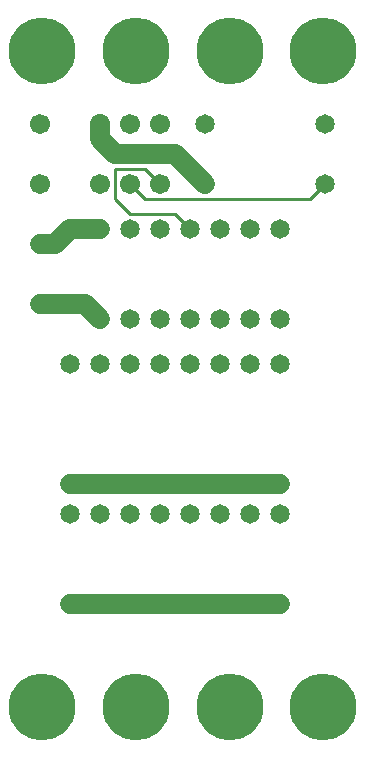
<source format=gbl>
%MOIN*%
%FSLAX25Y25*%
G04 D10 used for Character Trace; *
G04     Circle (OD=.01000) (No hole)*
G04 D11 used for Power Trace; *
G04     Circle (OD=.06700) (No hole)*
G04 D12 used for Signal Trace; *
G04     Circle (OD=.01100) (No hole)*
G04 D13 used for Via; *
G04     Circle (OD=.05800) (Round. Hole ID=.02800)*
G04 D14 used for Component hole; *
G04     Circle (OD=.06500) (Round. Hole ID=.03500)*
G04 D15 used for Component hole; *
G04     Circle (OD=.06700) (Round. Hole ID=.04300)*
G04 D16 used for Component hole; *
G04     Circle (OD=.08100) (Round. Hole ID=.05100)*
G04 D17 used for Component hole; *
G04     Circle (OD=.08900) (Round. Hole ID=.05900)*
G04 D18 used for Component hole; *
G04     Circle (OD=.11300) (Round. Hole ID=.08300)*
G04 D19 used for Component hole; *
G04     Circle (OD=.16000) (Round. Hole ID=.13000)*
G04 D20 used for Component hole; *
G04     Circle (OD=.18300) (Round. Hole ID=.15300)*
G04 D21 used for Component hole; *
G04     Circle (OD=.22291) (Round. Hole ID=.19291)*
%ADD10C,.01000*%
%ADD11C,.06700*%
%ADD12C,.01100*%
%ADD13C,.05800*%
%ADD14C,.06500*%
%ADD15C,.06700*%
%ADD16C,.08100*%
%ADD17C,.08900*%
%ADD18C,.11300*%
%ADD19C,.16000*%
%ADD20C,.18300*%
%ADD21C,.22291*%
%IPPOS*%
%LPD*%
G90*X0Y0D02*D21*X15625Y15625D03*X46875D03*D14*    
X45000Y50000D03*D11*X35000D01*D14*D03*D11*        
X25000D01*D14*D03*D11*X45000D02*X55000D01*D14*D03*
D11*X65000D01*D14*D03*D11*X75000D01*D14*D03*D11*  
X85000D01*D14*D03*D11*X95000D01*D14*D03*          
X65000Y80000D03*X95000D03*X85000D03*X75000D03*D21*
X78125Y15625D03*X109375D03*D14*X55000Y90000D03*   
D11*X45000D01*D14*D03*D11*X35000D01*D14*D03*D11*  
X25000D01*D14*D03*X35000Y80000D03*X25000D03*      
X45000D03*X55000D03*D11*Y90000D02*X65000D01*D14*  
D03*D11*X75000D01*D14*D03*D11*X85000D01*D14*D03*  
D11*X95000D01*D14*D03*X55000Y130000D03*X95000D03* 
X85000D03*X75000D03*X65000D03*X45000D03*          
X95000Y145000D03*X85000D03*X75000D03*X65000D03*   
X55000D03*X45000D03*X35000D03*D11*                
X30000Y150000D01*X15000D01*D14*D03*               
X35000Y130000D03*D11*X15000Y170000D02*X20000D01*  
D14*X15000D03*D11*X20000D02*X25000Y175000D01*     
X35000D01*D14*D03*D12*X45000Y180000D02*           
X40000Y185000D01*X45000Y180000D02*X60000D01*      
X65000Y175000D01*D14*D03*X75000D03*X55000D03*D12* 
X50000Y185000D02*X105000D01*X110000Y190000D01*D14*
D03*X95000Y175000D03*X110000Y210000D03*           
X85000Y175000D03*X70000Y210000D03*Y190000D03*D11* 
X60000Y200000D01*X40000D01*X35000Y205000D01*      
Y210000D01*D15*D03*X45000D03*D12*X55000Y190000D02*
X50000Y195000D01*D15*X55000Y190000D03*D12*        
X40000Y195000D02*X50000D01*X40000Y185000D02*      
Y195000D01*D15*X45000Y190000D03*D12*              
X50000Y185000D01*D14*X45000Y175000D03*D15*        
X35000Y190000D03*X55000Y210000D03*X15000D03*      
Y190000D03*D21*X78125Y234375D03*X46875D03*        
X15625D03*D14*X25000Y130000D03*D21*               
X109375Y234375D03*M02*                            

</source>
